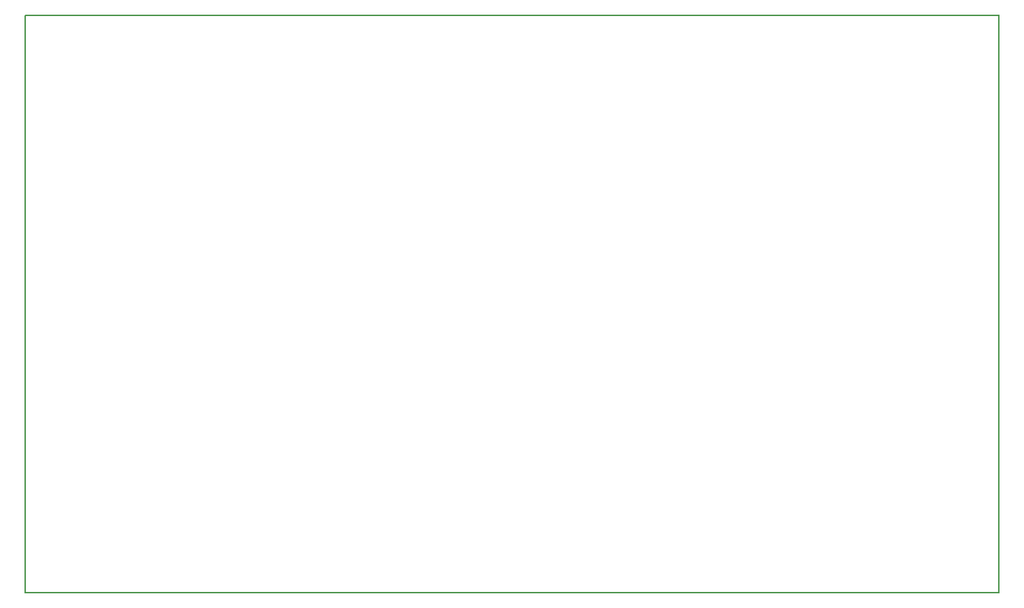
<source format=gbr>
G04 #@! TF.FileFunction,Profile,NP*
%FSLAX46Y46*%
G04 Gerber Fmt 4.6, Leading zero omitted, Abs format (unit mm)*
G04 Created by KiCad (PCBNEW 4.0.5) date 07/20/17 14:16:25*
%MOMM*%
%LPD*%
G01*
G04 APERTURE LIST*
%ADD10C,0.100000*%
%ADD11C,0.150000*%
G04 APERTURE END LIST*
D10*
D11*
X131800600Y-17119600D02*
X131775200Y-17119600D01*
X13843000Y-17119600D02*
X131800600Y-17119600D01*
X13843000Y-17119600D02*
X13868400Y-17145000D01*
X13843000Y-87122000D02*
X13843000Y-17119600D01*
X131800600Y-87122000D02*
X13843000Y-87122000D01*
X131800600Y-17068800D02*
X131800600Y-87122000D01*
M02*

</source>
